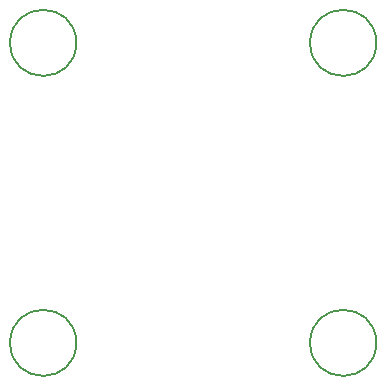
<source format=gbr>
%TF.GenerationSoftware,KiCad,Pcbnew,8.0.8*%
%TF.CreationDate,2025-03-08T19:37:29+01:00*%
%TF.ProjectId,01-2x30w_audio_amp,30312d32-7833-4307-975f-617564696f5f,rev?*%
%TF.SameCoordinates,Original*%
%TF.FileFunction,Other,Comment*%
%FSLAX46Y46*%
G04 Gerber Fmt 4.6, Leading zero omitted, Abs format (unit mm)*
G04 Created by KiCad (PCBNEW 8.0.8) date 2025-03-08 19:37:29*
%MOMM*%
%LPD*%
G01*
G04 APERTURE LIST*
%ADD10C,0.150000*%
G04 APERTURE END LIST*
D10*
%TO.C,H4*%
X206000000Y-127000000D02*
G75*
G02*
X200400000Y-127000000I-2800000J0D01*
G01*
X200400000Y-127000000D02*
G75*
G02*
X206000000Y-127000000I2800000J0D01*
G01*
%TO.C,H3*%
X206000000Y-101600000D02*
G75*
G02*
X200400000Y-101600000I-2800000J0D01*
G01*
X200400000Y-101600000D02*
G75*
G02*
X206000000Y-101600000I2800000J0D01*
G01*
%TO.C,H1*%
X180600000Y-101600000D02*
G75*
G02*
X175000000Y-101600000I-2800000J0D01*
G01*
X175000000Y-101600000D02*
G75*
G02*
X180600000Y-101600000I2800000J0D01*
G01*
%TO.C,H2*%
X180600000Y-127000000D02*
G75*
G02*
X175000000Y-127000000I-2800000J0D01*
G01*
X175000000Y-127000000D02*
G75*
G02*
X180600000Y-127000000I2800000J0D01*
G01*
%TD*%
M02*

</source>
